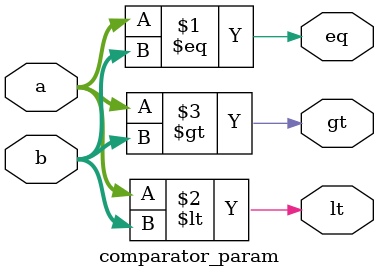
<source format=v>
module comparator_param #(parameter N = 4)(input [N-1:0] a, b,
                                           output eq, lt, gt);

  assign eq = (a == b);
  assign lt = (a < b);
  assign gt = (a > b);

endmodule

</source>
